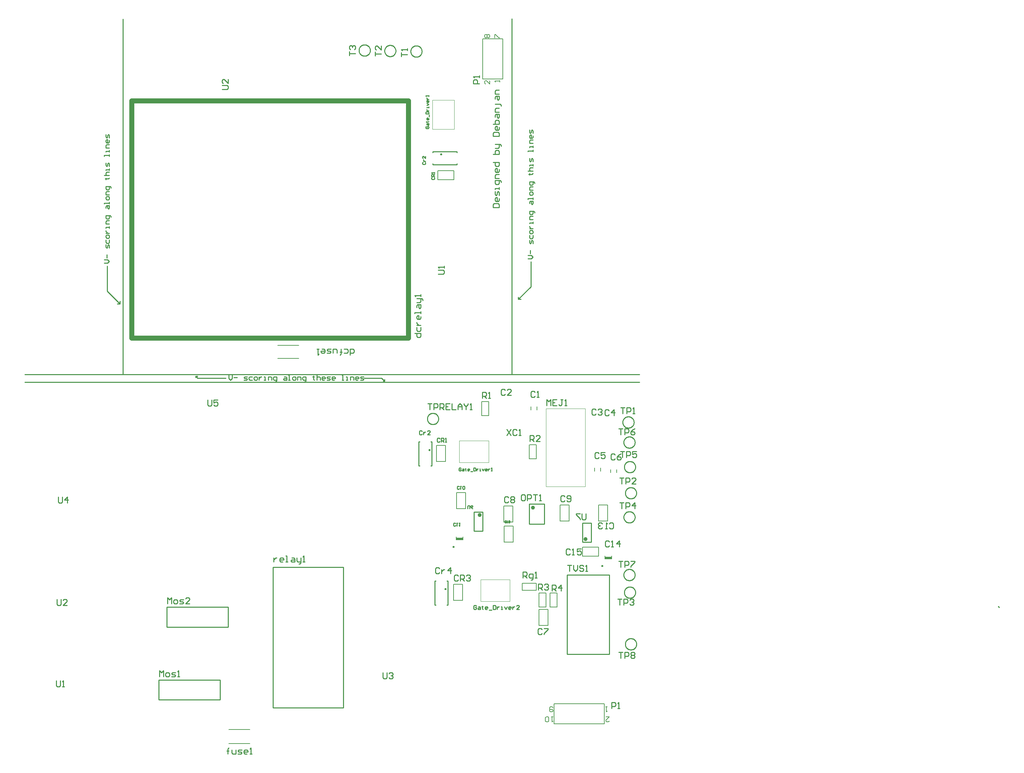
<source format=gto>
%FSLAX25Y25*%
%MOIN*%
%SFA1B1*%

%IPPOS*%
%ADD19C,0.010000*%
%ADD48C,0.007870*%
%ADD49C,0.003940*%
%ADD50C,0.049370*%
%ADD51C,0.008000*%
%ADD52C,0.039370*%
%ADD53R,0.064960X0.021650*%
%LNcombined-1*%
%LPD*%
G54D19*
X192500Y575500D02*
X195000D01*
Y578000*
Y575500D02*
Y578000D01*
X182500Y588000D02*
X195000Y575500D01*
X182500Y588000D02*
Y613000D01*
X591500Y580000D02*
X594000D01*
X591500D02*
X594000D01*
X591500D02*
Y582000D01*
Y580000D02*
Y582000D01*
Y580000D02*
X604000Y592500D01*
Y617500*
X457000Y498500D02*
X458500D01*
Y500000*
Y498500D02*
Y500000D01*
X455500Y501500D02*
X458500Y498500D01*
X270500Y503500D02*
X272500D01*
X270500Y502000D02*
Y503500D01*
Y502000D02*
Y503500D01*
X272500Y501500*
X275500*
X438000D02*
X455500D01*
X275500D02*
X300500D01*
X585000Y505000D02*
Y859500D01*
X198000Y505000D02*
Y859000D01*
X100500Y505000D02*
X712000D01*
X100500Y497500D02*
X712000D01*
X179502Y616000D02*
X182834D01*
X184500Y617666*
X182834Y619332*
X179502*
X182001Y620998D02*
Y624331D01*
X184500Y630995D02*
Y633494D01*
X183667Y634327*
X182834Y633494*
Y631828*
X182001Y630995*
X181168Y631828*
Y634327*
Y639326D02*
Y636827D01*
X182001Y635993*
X183667*
X184500Y636827*
Y639326*
Y641825D02*
Y643491D01*
X183667Y644324*
X182001*
X181168Y643491*
Y641825*
X182001Y640992*
X183667*
X184500Y641825*
X181168Y645990D02*
X184500D01*
X182834*
X182001Y646823*
X181168Y647656*
Y648490*
X184500Y650989D02*
Y652655D01*
Y651822*
X181168*
Y650989*
X184500Y655154D02*
X181168D01*
Y657653*
X182001Y658486*
X184500*
X186166Y661819D02*
Y662652D01*
X185333Y663485*
X181168*
Y660985*
X182001Y660152*
X183667*
X184500Y660985*
Y663485*
X181168Y670982D02*
Y672648D01*
X182001Y673481*
X184500*
Y670982*
X183667Y670149*
X182834Y670982*
Y673481*
X184500Y675147D02*
Y676814D01*
Y675981*
X179502*
Y675147*
X184500Y680146D02*
Y681812D01*
X183667Y682645*
X182001*
X181168Y681812*
Y680146*
X182001Y679313*
X183667*
X184500Y680146*
Y684311D02*
X181168D01*
Y686810*
X182001Y687643*
X184500*
X186166Y690976D02*
Y691809D01*
X185333Y692642*
X181168*
Y690143*
X182001Y689310*
X183667*
X184500Y690143*
Y692642*
X180335Y700139D02*
X181168D01*
Y699306*
Y700973*
Y700139*
X183667*
X184500Y700973*
X179502Y703472D02*
X184500D01*
X182001*
X181168Y704305*
Y705971*
X182001Y706804*
X184500*
Y708470D02*
Y710136D01*
Y709303*
X181168*
Y708470*
X184500Y712635D02*
Y715135D01*
X183667Y715968*
X182834Y715135*
Y713468*
X182001Y712635*
X181168Y713468*
Y715968*
X184500Y722632D02*
Y724298D01*
Y723465*
X179502*
Y722632*
X184500Y726797D02*
Y728464D01*
Y727631*
X181168*
Y726797*
X184500Y730963D02*
X181168D01*
Y733462*
X182001Y734295*
X184500*
Y738460D02*
Y736794D01*
X183667Y735961*
X182001*
X181168Y736794*
Y738460*
X182001Y739293*
X182834*
Y735961*
X184500Y740960D02*
Y743459D01*
X183667Y744292*
X182834Y743459*
Y741793*
X182001Y740960*
X181168Y741793*
Y744292*
X601002Y620500D02*
X604334D01*
X606000Y622166*
X604334Y623832*
X601002*
X603501Y625498D02*
Y628831D01*
X606000Y635495D02*
Y637994D01*
X605167Y638827*
X604334Y637994*
Y636328*
X603501Y635495*
X602668Y636328*
Y638827*
Y643826D02*
Y641327D01*
X603501Y640493*
X605167*
X606000Y641327*
Y643826*
Y646325D02*
Y647991D01*
X605167Y648824*
X603501*
X602668Y647991*
Y646325*
X603501Y645492*
X605167*
X606000Y646325*
X602668Y650490D02*
X606000D01*
X604334*
X603501Y651323*
X602668Y652156*
Y652989*
X606000Y655489D02*
Y657155D01*
Y656322*
X602668*
Y655489*
X606000Y659654D02*
X602668D01*
Y662153*
X603501Y662986*
X606000*
X607666Y666319D02*
Y667152D01*
X606833Y667985*
X602668*
Y665485*
X603501Y664652*
X605167*
X606000Y665485*
Y667985*
X602668Y675482D02*
Y677148D01*
X603501Y677981*
X606000*
Y675482*
X605167Y674649*
X604334Y675482*
Y677981*
X606000Y679647D02*
Y681314D01*
Y680481*
X601002*
Y679647*
X606000Y684646D02*
Y686312D01*
X605167Y687145*
X603501*
X602668Y686312*
Y684646*
X603501Y683813*
X605167*
X606000Y684646*
Y688811D02*
X602668D01*
Y691310*
X603501Y692143*
X606000*
X607666Y695476D02*
Y696309D01*
X606833Y697142*
X602668*
Y694643*
X603501Y693810*
X605167*
X606000Y694643*
Y697142*
X601835Y704639D02*
X602668D01*
Y703806*
Y705473*
Y704639*
X605167*
X606000Y705473*
X601002Y707972D02*
X606000D01*
X603501*
X602668Y708805*
Y710471*
X603501Y711304*
X606000*
Y712970D02*
Y714636D01*
Y713803*
X602668*
Y712970*
X606000Y717135D02*
Y719635D01*
X605167Y720468*
X604334Y719635*
Y717968*
X603501Y717135*
X602668Y717968*
Y720468*
X606000Y727132D02*
Y728798D01*
Y727965*
X601002*
Y727132*
X606000Y731297D02*
Y732964D01*
Y732130*
X602668*
Y731297*
X606000Y735463D02*
X602668D01*
Y737962*
X603501Y738795*
X606000*
Y742960D02*
Y741294D01*
X605167Y740461*
X603501*
X602668Y741294*
Y742960*
X603501Y743793*
X604334*
Y740461*
X606000Y745460D02*
Y747959D01*
X605167Y748792*
X604334Y747959*
Y746293*
X603501Y745460*
X602668Y746293*
Y748792*
X303500Y504498D02*
Y501166D01*
X305166Y499500*
X306832Y501166*
Y504498*
X308498Y501999D02*
X311831D01*
X318495Y499500D02*
X320994D01*
X321827Y500333*
X320994Y501166*
X319328*
X318495Y501999*
X319328Y502832*
X321827*
X326826D02*
X324327D01*
X323494Y501999*
Y500333*
X324327Y499500*
X326826*
X329325D02*
X330991D01*
X331824Y500333*
Y501999*
X330991Y502832*
X329325*
X328492Y501999*
Y500333*
X329325Y499500*
X333490Y502832D02*
Y499500D01*
Y501166*
X334323Y501999*
X335156Y502832*
X335989*
X338489Y499500D02*
X340155D01*
X339322*
Y502832*
X338489*
X342654Y499500D02*
Y502832D01*
X345153*
X345986Y501999*
Y499500*
X349319Y497834D02*
X350151D01*
X350985Y498667*
Y502832*
X348485*
X347652Y501999*
Y500333*
X348485Y499500*
X350985*
X358482Y502832D02*
X360148D01*
X360981Y501999*
Y499500*
X358482*
X357649Y500333*
X358482Y501166*
X360981*
X362648Y499500D02*
X364314D01*
X363481*
Y504498*
X362648*
X367646Y499500D02*
X369312D01*
X370145Y500333*
Y501999*
X369312Y502832*
X367646*
X366813Y501999*
Y500333*
X367646Y499500*
X371811D02*
Y502832D01*
X374310*
X375144Y501999*
Y499500*
X378476Y497834D02*
X379309D01*
X380142Y498667*
Y502832*
X377643*
X376810Y501999*
Y500333*
X377643Y499500*
X380142*
X387639Y503665D02*
Y502832D01*
X386806*
X388473*
X387639*
Y500333*
X388473Y499500*
X390972Y504498D02*
Y499500D01*
Y501999*
X391805Y502832*
X393471*
X394304Y501999*
Y499500*
X398469D02*
X396803D01*
X395970Y500333*
Y501999*
X396803Y502832*
X398469*
X399302Y501999*
Y501166*
X395970*
X400968Y499500D02*
X403468D01*
X404301Y500333*
X403468Y501166*
X401801*
X400968Y501999*
X401801Y502832*
X404301*
X408466Y499500D02*
X406800D01*
X405967Y500333*
Y501999*
X406800Y502832*
X408466*
X409299Y501999*
Y501166*
X405967*
X415964Y499500D02*
X417630D01*
X416797*
Y504498*
X415964*
X420129Y499500D02*
X421795D01*
X420962*
Y502832*
X420129*
X424294Y499500D02*
Y502832D01*
X426793*
X427627Y501999*
Y499500*
X431792D02*
X430126D01*
X429293Y500333*
Y501999*
X430126Y502832*
X431792*
X432625Y501999*
Y501166*
X429293*
X434291Y499500D02*
X436790D01*
X437623Y500333*
X436790Y501166*
X435124*
X434291Y501999*
X435124Y502832*
X437623*
X514500Y725000D02*
D01*
X514465Y724998*
X514430Y724995*
X514396Y724989*
X514362Y724980*
X514328Y724969*
X514296Y724956*
X514265Y724941*
X514235Y724924*
X514206Y724904*
X514178Y724883*
X514152Y724859*
X514128Y724834*
X514105Y724807*
X514085Y724779*
X514066Y724750*
X514050Y724719*
X514036Y724687*
X514024Y724654*
X514014Y724620*
X514007Y724586*
X514002Y724552*
X514000Y724517*
Y724482*
X514002Y724447*
X514007Y724413*
X514014Y724379*
X514024Y724345*
X514036Y724312*
X514050Y724280*
X514066Y724250*
X514085Y724220*
X514105Y724192*
X514128Y724165*
X514152Y724140*
X514178Y724116*
X514206Y724095*
X514235Y724075*
X514265Y724058*
X514296Y724043*
X514328Y724030*
X514362Y724019*
X514396Y724010*
X514430Y724004*
X514465Y724001*
X514500Y724000*
X514534Y724001*
X514569Y724004*
X514603Y724010*
X514637Y724019*
X514671Y724030*
X514703Y724043*
X514734Y724058*
X514764Y724075*
X514793Y724095*
X514821Y724116*
X514847Y724140*
X514871Y724165*
X514894Y724192*
X514914Y724220*
X514933Y724250*
X514949Y724280*
X514963Y724312*
X514975Y724345*
X514985Y724379*
X514992Y724413*
X514997Y724447*
X514999Y724482*
Y724517*
X514997Y724552*
X514992Y724586*
X514985Y724620*
X514975Y724654*
X514963Y724687*
X514949Y724719*
X514933Y724750*
X514914Y724779*
X514894Y724807*
X514871Y724834*
X514847Y724859*
X514821Y724883*
X514793Y724904*
X514764Y724924*
X514734Y724941*
X514703Y724956*
X514671Y724969*
X514637Y724980*
X514603Y724989*
X514569Y724995*
X514534Y724998*
X514500Y725000*
X438500Y833590D02*
D01*
X438110Y833576*
X437722Y833535*
X437337Y833467*
X436959Y833373*
X436588Y833252*
X436226Y833106*
X435875Y832935*
X435537Y832740*
X435214Y832522*
X434906Y832282*
X434616Y832021*
X434345Y831740*
X434095Y831441*
X433865Y831125*
X433658Y830795*
X433475Y830450*
X433317Y830094*
X433183Y829727*
X433076Y829352*
X432994Y828970*
X432940Y828584*
X432913Y828195*
Y827804*
X432940Y827415*
X432994Y827029*
X433076Y826647*
X433183Y826272*
X433317Y825905*
X433475Y825549*
X433658Y825205*
X433865Y824874*
X434095Y824558*
X434345Y824259*
X434616Y823978*
X434906Y823717*
X435214Y823477*
X435537Y823259*
X435875Y823064*
X436226Y822893*
X436588Y822747*
X436959Y822626*
X437337Y822532*
X437722Y822464*
X438110Y822423*
X438500Y822410*
X438889Y822423*
X439277Y822464*
X439662Y822532*
X440040Y822626*
X440411Y822747*
X440773Y822893*
X441124Y823064*
X441462Y823259*
X441785Y823477*
X442093Y823717*
X442383Y823978*
X442654Y824259*
X442904Y824558*
X443134Y824874*
X443341Y825205*
X443524Y825549*
X443682Y825905*
X443816Y826272*
X443923Y826647*
X444005Y827029*
X444059Y827415*
X444086Y827804*
Y828195*
X444059Y828584*
X444005Y828970*
X443923Y829352*
X443816Y829727*
X443682Y830094*
X443524Y830450*
X443341Y830795*
X443134Y831125*
X442904Y831441*
X442654Y831740*
X442383Y832021*
X442093Y832282*
X441785Y832522*
X441462Y832740*
X441124Y832935*
X440773Y833106*
X440411Y833252*
X440040Y833373*
X439662Y833467*
X439277Y833535*
X438889Y833576*
X438500Y833590*
X464000Y833090D02*
D01*
X463610Y833076*
X463222Y833035*
X462837Y832967*
X462459Y832873*
X462088Y832752*
X461726Y832606*
X461375Y832435*
X461037Y832240*
X460714Y832022*
X460406Y831782*
X460116Y831521*
X459845Y831240*
X459595Y830941*
X459365Y830625*
X459158Y830295*
X458975Y829950*
X458817Y829594*
X458683Y829227*
X458576Y828852*
X458494Y828470*
X458440Y828084*
X458413Y827695*
Y827304*
X458440Y826915*
X458494Y826529*
X458576Y826147*
X458683Y825772*
X458817Y825405*
X458975Y825049*
X459158Y824705*
X459365Y824374*
X459595Y824058*
X459845Y823759*
X460116Y823478*
X460406Y823217*
X460714Y822977*
X461037Y822759*
X461375Y822564*
X461726Y822393*
X462088Y822247*
X462459Y822126*
X462837Y822032*
X463222Y821964*
X463610Y821923*
X464000Y821910*
X464389Y821923*
X464777Y821964*
X465162Y822032*
X465540Y822126*
X465911Y822247*
X466273Y822393*
X466624Y822564*
X466962Y822759*
X467285Y822977*
X467593Y823217*
X467883Y823478*
X468154Y823759*
X468404Y824058*
X468634Y824374*
X468841Y824705*
X469024Y825049*
X469182Y825405*
X469316Y825772*
X469423Y826147*
X469505Y826529*
X469559Y826915*
X469586Y827304*
Y827695*
X469559Y828084*
X469505Y828470*
X469423Y828852*
X469316Y829227*
X469182Y829594*
X469024Y829950*
X468841Y830295*
X468634Y830625*
X468404Y830941*
X468154Y831240*
X467883Y831521*
X467593Y831782*
X467285Y832022*
X466962Y832240*
X466624Y832435*
X466273Y832606*
X465911Y832752*
X465540Y832873*
X465162Y832967*
X464777Y833035*
X464389Y833076*
X464000Y833090*
X490000Y832590D02*
D01*
X489610Y832576*
X489222Y832535*
X488837Y832467*
X488459Y832373*
X488088Y832252*
X487726Y832106*
X487375Y831935*
X487037Y831740*
X486714Y831522*
X486406Y831282*
X486116Y831021*
X485845Y830740*
X485595Y830441*
X485365Y830125*
X485158Y829795*
X484975Y829450*
X484817Y829094*
X484683Y828727*
X484576Y828352*
X484494Y827970*
X484440Y827584*
X484413Y827195*
Y826804*
X484440Y826415*
X484494Y826029*
X484576Y825647*
X484683Y825272*
X484817Y824905*
X484975Y824549*
X485158Y824205*
X485365Y823874*
X485595Y823558*
X485845Y823259*
X486116Y822978*
X486406Y822717*
X486714Y822477*
X487037Y822259*
X487375Y822064*
X487726Y821893*
X488088Y821747*
X488459Y821626*
X488837Y821532*
X489222Y821464*
X489610Y821423*
X490000Y821410*
X490389Y821423*
X490777Y821464*
X491162Y821532*
X491540Y821626*
X491911Y821747*
X492273Y821893*
X492624Y822064*
X492962Y822259*
X493285Y822477*
X493593Y822717*
X493883Y822978*
X494154Y823259*
X494404Y823558*
X494634Y823874*
X494841Y824205*
X495024Y824549*
X495182Y824905*
X495316Y825272*
X495423Y825647*
X495505Y826029*
X495559Y826415*
X495586Y826804*
Y827195*
X495559Y827584*
X495505Y827970*
X495423Y828352*
X495316Y828727*
X495182Y829094*
X495024Y829450*
X494841Y829795*
X494634Y830125*
X494404Y830441*
X494154Y830740*
X493883Y831021*
X493593Y831282*
X493285Y831522*
X492962Y831740*
X492624Y831935*
X492273Y832106*
X491911Y832252*
X491540Y832373*
X491162Y832467*
X490777Y832535*
X490389Y832576*
X490000Y832590*
X530500Y727000D02*
X506500D01*
X530500Y726000D02*
Y727000D01*
X506500Y726000D02*
Y727000D01*
X530500Y714000D02*
Y715000D01*
Y714000D02*
X506500D01*
Y715000*
X496701Y716499D02*
X496201Y716000D01*
Y715000*
X496701Y714500*
X498700*
X499200Y715000*
Y716000*
X498700Y716499*
X497201Y717499D02*
X499200D01*
X498200*
X497701Y717999*
X497201Y718499*
Y718999*
X499200Y722497D02*
Y720498D01*
X497201Y722497*
X496701*
X496201Y721998*
Y720998*
X496701Y720498*
X505601Y701599D02*
X505101Y701099D01*
Y700100*
X505601Y699600*
X507600*
X508100Y700100*
Y701099*
X507600Y701599*
X508100Y702599D02*
X505101D01*
Y704099*
X505601Y704598*
X506601*
X507100Y704099*
Y702599*
Y703599D02*
X508100Y704598D01*
Y705598D02*
Y706598D01*
Y706098*
X505101*
X505601Y705598*
X499801Y752299D02*
X499301Y751799D01*
Y750800*
X499801Y750300*
X501800*
X502300Y750800*
Y751799*
X501800Y752299*
X500801*
Y751300*
X500301Y753799D02*
Y754799D01*
X500801Y755298*
X502300*
Y753799*
X501800Y753299*
X501300Y753799*
Y755298*
X499801Y756798D02*
X500301D01*
Y756298*
Y757298*
Y756798*
X501800*
X502300Y757298*
Y760297D02*
Y759297D01*
X501800Y758797*
X500801*
X500301Y759297*
Y760297*
X500801Y760797*
X501300*
Y758797*
X502800Y761796D02*
Y763796D01*
X499301Y764795D02*
X502300D01*
Y766295*
X501800Y766795*
X499801*
X499301Y766295*
Y764795*
X500301Y767794D02*
X502300D01*
X501300*
X500801Y768294*
X500301Y768794*
Y769294*
X502300Y770793D02*
Y771793D01*
Y771293*
X500301*
Y770793*
Y773293D02*
X502300Y774292D01*
X500301Y775292*
X502300Y777791D02*
Y776791D01*
X501800Y776292*
X500801*
X500301Y776791*
Y777791*
X500801Y778291*
X501300*
Y776292*
X500301Y779291D02*
X502300D01*
X501300*
X500801Y779790*
X500301Y780290*
Y780790*
X502300Y782290D02*
Y783289D01*
Y782790*
X499301*
X499801Y782290*
X296802Y789300D02*
X301800D01*
X302800Y790300*
Y792299*
X301800Y793299*
X296802*
X302800Y799297D02*
Y795298D01*
X298801Y799297*
X297802*
X296802Y798297*
Y796298*
X297802Y795298*
X424001Y524502D02*
Y530500D01*
X427000*
X428000Y529500*
Y527501*
X427000Y526501*
X424001*
X418003D02*
X421002D01*
X422002Y527501*
Y529500*
X421002Y530500*
X418003*
X415004D02*
Y525502D01*
Y527501*
X416004*
X414005*
X415004*
Y525502*
X414005Y524502*
X411005Y526501D02*
Y529500D01*
X410006Y530500*
X407007*
Y526501*
X405007Y530500D02*
X402008D01*
X401009Y529500*
X402008Y528501*
X404008*
X405007Y527501*
X404008Y526501*
X401009*
X396010Y530500D02*
X398010D01*
X399009Y529500*
Y527501*
X398010Y526501*
X396010*
X395011Y527501*
Y528501*
X399009*
X393011Y530500D02*
X391012D01*
X392012*
Y524502*
X393011Y525502*
X474952Y821950D02*
Y825949D01*
Y823949*
X480950*
Y827948D02*
Y829947D01*
Y828948*
X474952*
X475952Y827948*
X448952Y822450D02*
Y826449D01*
Y824449*
X454950*
Y832447D02*
Y828448D01*
X450951Y832447*
X449952*
X448952Y831447*
Y829448*
X449952Y828448*
X423452Y822950D02*
Y826949D01*
Y824949*
X429450*
X424452Y828948D02*
X423452Y829948D01*
Y831947*
X424452Y832947*
X425451*
X426451Y831947*
Y830947*
Y831947*
X427451Y832947*
X428450*
X429450Y831947*
Y829948*
X428450Y828948*
X552600Y794700D02*
X546602D01*
Y797699*
X547602Y798699*
X549601*
X550601Y797699*
Y794700*
X552600Y800698D02*
Y802697D01*
Y801698*
X546602*
X547602Y800698*
X511802Y605300D02*
X516800D01*
X517800Y606300*
Y608299*
X516800Y609299*
X511802*
X517800Y611298D02*
Y613297D01*
Y612298*
X511802*
X512802Y611298*
X488502Y545999D02*
X494500D01*
Y543000*
X493500Y542000*
X491501*
X490501Y543000*
Y545999*
Y551997D02*
Y548998D01*
X491501Y547998*
X493500*
X494500Y548998*
Y551997*
X490501Y553996D02*
X494500D01*
X492501*
X491501Y554996*
X490501Y555996*
Y556995*
X494500Y562993D02*
Y560994D01*
X493500Y559994*
X491501*
X490501Y560994*
Y562993*
X491501Y563993*
X492501*
Y559994*
X494500Y565992D02*
Y567992D01*
Y566992*
X488502*
Y565992*
X490501Y571990D02*
Y573990D01*
X491501Y574989*
X494500*
Y571990*
X493500Y570991*
X492501Y571990*
Y574989*
X490501Y576989D02*
X493500D01*
X494500Y577988*
Y580987*
X495500*
X496499Y579988*
Y578988*
X494500Y580987D02*
X490501D01*
X494500Y582987D02*
Y584986D01*
Y583986*
X488502*
X489502Y582987*
X566502Y671500D02*
X572500D01*
Y674499*
X571500Y675499*
X567502*
X566502Y674499*
Y671500*
X572500Y680497D02*
Y678498D01*
X571500Y677498*
X569501*
X568501Y678498*
Y680497*
X569501Y681497*
X570501*
Y677498*
X572500Y683496D02*
Y686495D01*
X571500Y687495*
X570501Y686495*
Y684496*
X569501Y683496*
X568501Y684496*
Y687495*
X572500Y689494D02*
Y691494D01*
Y690494*
X568501*
Y689494*
X574499Y696492D02*
Y697492D01*
X573500Y698491*
X568501*
Y695492*
X569501Y694493*
X571500*
X572500Y695492*
Y698491*
Y700491D02*
X568501D01*
Y703490*
X569501Y704489*
X572500*
Y709488D02*
Y707488D01*
X571500Y706489*
X569501*
X568501Y707488*
Y709488*
X569501Y710487*
X570501*
Y706489*
X566502Y716486D02*
X572500D01*
Y713486*
X571500Y712487*
X569501*
X568501Y713486*
Y716486*
X566502Y724483D02*
X572500D01*
Y727482*
X571500Y728482*
X570501*
X569501*
X568501Y727482*
Y724483*
Y730481D02*
X571500D01*
X572500Y731481*
Y734480*
X573500*
X574499Y733480*
Y732480*
X572500Y734480D02*
X568501D01*
X566502Y742477D02*
X572500D01*
Y745476*
X571500Y746476*
X567502*
X566502Y745476*
Y742477*
X572500Y751474D02*
Y749475D01*
X571500Y748475*
X569501*
X568501Y749475*
Y751474*
X569501Y752474*
X570501*
Y748475*
X566502Y754473D02*
X572500D01*
Y757472*
X571500Y758472*
X570501*
X569501*
X568501Y757472*
Y754473*
Y761471D02*
Y763470D01*
X569501Y764470*
X572500*
Y761471*
X571500Y760471*
X570501Y761471*
Y764470*
X572500Y766469D02*
X568501D01*
Y769468*
X569501Y770468*
X572500*
X574499Y772467D02*
Y773467D01*
X573500Y774467*
X568501*
Y779465D02*
Y781464D01*
X569501Y782464*
X572500*
Y779465*
X571500Y778465*
X570501Y779465*
Y782464*
X572500Y784464D02*
X568501D01*
Y787463*
X569501Y788462*
X572500*
X675500Y314500D02*
D01*
X675498Y314534*
X675495Y314569*
X675489Y314603*
X675480Y314637*
X675469Y314671*
X675456Y314703*
X675441Y314734*
X675424Y314764*
X675404Y314793*
X675383Y314821*
X675359Y314847*
X675334Y314871*
X675307Y314894*
X675279Y314914*
X675250Y314933*
X675219Y314949*
X675187Y314963*
X675154Y314975*
X675120Y314985*
X675086Y314992*
X675052Y314997*
X675017Y314999*
X674982*
X674947Y314997*
X674913Y314992*
X674879Y314985*
X674845Y314975*
X674812Y314963*
X674780Y314949*
X674750Y314933*
X674720Y314914*
X674692Y314894*
X674665Y314871*
X674640Y314847*
X674616Y314821*
X674595Y314793*
X674575Y314764*
X674558Y314734*
X674543Y314703*
X674530Y314671*
X674519Y314637*
X674510Y314603*
X674504Y314569*
X674501Y314534*
X674500Y314500*
X674501Y314465*
X674504Y314430*
X674510Y314396*
X674519Y314362*
X674530Y314328*
X674543Y314296*
X674558Y314265*
X674575Y314235*
X674595Y314206*
X674616Y314178*
X674640Y314152*
X674665Y314128*
X674692Y314105*
X674720Y314085*
X674750Y314066*
X674780Y314050*
X674812Y314036*
X674845Y314024*
X674879Y314014*
X674913Y314007*
X674947Y314002*
X674982Y314000*
X675017*
X675052Y314002*
X675086Y314007*
X675120Y314014*
X675154Y314024*
X675187Y314036*
X675219Y314050*
X675250Y314066*
X675279Y314085*
X675307Y314105*
X675334Y314128*
X675359Y314152*
X675383Y314178*
X675404Y314206*
X675424Y314235*
X675441Y314265*
X675456Y314296*
X675469Y314328*
X675480Y314362*
X675489Y314396*
X675495Y314430*
X675498Y314465*
X675500Y314500*
X706590Y457500D02*
D01*
X706576Y457889*
X706535Y458277*
X706467Y458662*
X706373Y459040*
X706252Y459411*
X706106Y459773*
X705935Y460124*
X705740Y460462*
X705522Y460785*
X705282Y461093*
X705021Y461383*
X704740Y461654*
X704441Y461904*
X704125Y462134*
X703795Y462341*
X703450Y462524*
X703094Y462682*
X702727Y462816*
X702352Y462923*
X701970Y463005*
X701584Y463059*
X701195Y463086*
X700804*
X700415Y463059*
X700029Y463005*
X699647Y462923*
X699272Y462816*
X698905Y462682*
X698549Y462524*
X698205Y462341*
X697874Y462134*
X697558Y461904*
X697259Y461654*
X696978Y461383*
X696717Y461093*
X696477Y460785*
X696259Y460462*
X696064Y460124*
X695893Y459773*
X695747Y459411*
X695626Y459040*
X695532Y458662*
X695464Y458277*
X695423Y457889*
X695410Y457500*
X695423Y457110*
X695464Y456722*
X695532Y456337*
X695626Y455959*
X695747Y455588*
X695893Y455226*
X696064Y454875*
X696259Y454537*
X696477Y454214*
X696717Y453906*
X696978Y453616*
X697259Y453345*
X697558Y453095*
X697874Y452865*
X698205Y452658*
X698549Y452475*
X698905Y452317*
X699272Y452183*
X699647Y452076*
X700029Y451994*
X700415Y451940*
X700804Y451913*
X701195*
X701584Y451940*
X701970Y451994*
X702352Y452076*
X702727Y452183*
X703094Y452317*
X703450Y452475*
X703795Y452658*
X704125Y452865*
X704441Y453095*
X704740Y453345*
X705021Y453616*
X705282Y453906*
X705522Y454214*
X705740Y454537*
X705935Y454875*
X706106Y455226*
X706252Y455588*
X706373Y455959*
X706467Y456337*
X706535Y456722*
X706576Y457110*
X706590Y457500*
X707590Y437500D02*
D01*
X707576Y437889*
X707535Y438277*
X707467Y438662*
X707373Y439040*
X707252Y439411*
X707106Y439773*
X706935Y440124*
X706740Y440462*
X706522Y440785*
X706282Y441093*
X706021Y441383*
X705740Y441654*
X705441Y441904*
X705125Y442134*
X704795Y442341*
X704450Y442524*
X704094Y442682*
X703727Y442816*
X703352Y442923*
X702970Y443005*
X702584Y443059*
X702195Y443086*
X701804*
X701415Y443059*
X701029Y443005*
X700647Y442923*
X700272Y442816*
X699905Y442682*
X699549Y442524*
X699205Y442341*
X698874Y442134*
X698558Y441904*
X698259Y441654*
X697978Y441383*
X697717Y441093*
X697477Y440785*
X697259Y440462*
X697064Y440124*
X696893Y439773*
X696747Y439411*
X696626Y439040*
X696532Y438662*
X696464Y438277*
X696423Y437889*
X696410Y437500*
X696423Y437110*
X696464Y436722*
X696532Y436337*
X696626Y435959*
X696747Y435588*
X696893Y435226*
X697064Y434875*
X697259Y434537*
X697477Y434214*
X697717Y433906*
X697978Y433616*
X698259Y433345*
X698558Y433095*
X698874Y432865*
X699205Y432658*
X699549Y432475*
X699905Y432317*
X700272Y432183*
X700647Y432076*
X701029Y431994*
X701415Y431940*
X701804Y431913*
X702195*
X702584Y431940*
X702970Y431994*
X703352Y432076*
X703727Y432183*
X704094Y432317*
X704450Y432475*
X704795Y432658*
X705125Y432865*
X705441Y433095*
X705740Y433345*
X706021Y433616*
X706282Y433906*
X706522Y434214*
X706740Y434537*
X706935Y434875*
X707106Y435226*
X707252Y435588*
X707373Y435959*
X707467Y436337*
X707535Y436722*
X707576Y437110*
X707590Y437500*
X708090Y413000D02*
D01*
X708076Y413389*
X708035Y413777*
X707967Y414162*
X707873Y414540*
X707752Y414911*
X707606Y415273*
X707435Y415624*
X707240Y415962*
X707022Y416285*
X706782Y416593*
X706521Y416883*
X706240Y417154*
X705941Y417404*
X705625Y417634*
X705295Y417841*
X704950Y418024*
X704594Y418182*
X704227Y418316*
X703852Y418423*
X703470Y418505*
X703084Y418559*
X702695Y418586*
X702304*
X701915Y418559*
X701529Y418505*
X701147Y418423*
X700772Y418316*
X700405Y418182*
X700049Y418024*
X699705Y417841*
X699374Y417634*
X699058Y417404*
X698759Y417154*
X698478Y416883*
X698217Y416593*
X697977Y416285*
X697759Y415962*
X697564Y415624*
X697393Y415273*
X697247Y414911*
X697126Y414540*
X697032Y414162*
X696964Y413777*
X696923Y413389*
X696910Y413000*
X696923Y412610*
X696964Y412222*
X697032Y411837*
X697126Y411459*
X697247Y411088*
X697393Y410726*
X697564Y410375*
X697759Y410037*
X697977Y409714*
X698217Y409406*
X698478Y409116*
X698759Y408845*
X699058Y408595*
X699374Y408365*
X699705Y408158*
X700049Y407975*
X700405Y407817*
X700772Y407683*
X701147Y407576*
X701529Y407494*
X701915Y407440*
X702304Y407413*
X702695*
X703084Y407440*
X703470Y407494*
X703852Y407576*
X704227Y407683*
X704594Y407817*
X704950Y407975*
X705295Y408158*
X705625Y408365*
X705941Y408595*
X706240Y408845*
X706521Y409116*
X706782Y409406*
X707022Y409714*
X707240Y410037*
X707435Y410375*
X707606Y410726*
X707752Y411088*
X707873Y411459*
X707967Y411837*
X708035Y412222*
X708076Y412610*
X708090Y413000*
X707590Y363000D02*
D01*
X707576Y363389*
X707535Y363777*
X707467Y364162*
X707373Y364540*
X707252Y364911*
X707106Y365273*
X706935Y365624*
X706740Y365962*
X706522Y366285*
X706282Y366593*
X706021Y366883*
X705740Y367154*
X705441Y367404*
X705125Y367634*
X704795Y367841*
X704450Y368024*
X704094Y368182*
X703727Y368316*
X703352Y368423*
X702970Y368505*
X702584Y368559*
X702195Y368586*
X701804*
X701415Y368559*
X701029Y368505*
X700647Y368423*
X700272Y368316*
X699905Y368182*
X699549Y368024*
X699205Y367841*
X698874Y367634*
X698558Y367404*
X698259Y367154*
X697978Y366883*
X697717Y366593*
X697477Y366285*
X697259Y365962*
X697064Y365624*
X696893Y365273*
X696747Y364911*
X696626Y364540*
X696532Y364162*
X696464Y363777*
X696423Y363389*
X696410Y363000*
X696423Y362610*
X696464Y362222*
X696532Y361837*
X696626Y361459*
X696747Y361088*
X696893Y360726*
X697064Y360375*
X697259Y360037*
X697477Y359714*
X697717Y359406*
X697978Y359116*
X698259Y358845*
X698558Y358595*
X698874Y358365*
X699205Y358158*
X699549Y357975*
X699905Y357817*
X700272Y357683*
X700647Y357576*
X701029Y357494*
X701415Y357440*
X701804Y357413*
X702195*
X702584Y357440*
X702970Y357494*
X703352Y357576*
X703727Y357683*
X704094Y357817*
X704450Y357975*
X704795Y358158*
X705125Y358365*
X705441Y358595*
X705740Y358845*
X706021Y359116*
X706282Y359406*
X706522Y359714*
X706740Y360037*
X706935Y360375*
X707106Y360726*
X707252Y361088*
X707373Y361459*
X707467Y361837*
X707535Y362222*
X707576Y362610*
X707590Y363000*
Y305500D02*
D01*
X707576Y305889*
X707535Y306277*
X707467Y306662*
X707373Y307040*
X707252Y307411*
X707106Y307773*
X706935Y308124*
X706740Y308462*
X706522Y308785*
X706282Y309093*
X706021Y309383*
X705740Y309654*
X705441Y309904*
X705125Y310134*
X704795Y310341*
X704450Y310524*
X704094Y310682*
X703727Y310816*
X703352Y310923*
X702970Y311005*
X702584Y311059*
X702195Y311086*
X701804*
X701415Y311059*
X701029Y311005*
X700647Y310923*
X700272Y310816*
X699905Y310682*
X699549Y310524*
X699205Y310341*
X698874Y310134*
X698558Y309904*
X698259Y309654*
X697978Y309383*
X697717Y309093*
X697477Y308785*
X697259Y308462*
X697064Y308124*
X696893Y307773*
X696747Y307411*
X696626Y307040*
X696532Y306662*
X696464Y306277*
X696423Y305889*
X696410Y305500*
X696423Y305110*
X696464Y304722*
X696532Y304337*
X696626Y303959*
X696747Y303588*
X696893Y303226*
X697064Y302875*
X697259Y302537*
X697477Y302214*
X697717Y301906*
X697978Y301616*
X698259Y301345*
X698558Y301095*
X698874Y300865*
X699205Y300658*
X699549Y300475*
X699905Y300317*
X700272Y300183*
X700647Y300076*
X701029Y299994*
X701415Y299940*
X701804Y299913*
X702195*
X702584Y299940*
X702970Y299994*
X703352Y300076*
X703727Y300183*
X704094Y300317*
X704450Y300475*
X704795Y300658*
X705125Y300865*
X705441Y301095*
X705740Y301345*
X706021Y301616*
X706282Y301906*
X706522Y302214*
X706740Y302537*
X706935Y302875*
X707106Y303226*
X707252Y303588*
X707373Y303959*
X707467Y304337*
X707535Y304722*
X707576Y305110*
X707590Y305500*
X709090Y236500D02*
D01*
X709076Y236889*
X709035Y237277*
X708967Y237662*
X708873Y238040*
X708752Y238411*
X708606Y238773*
X708435Y239124*
X708240Y239462*
X708022Y239785*
X707782Y240093*
X707521Y240383*
X707240Y240654*
X706941Y240904*
X706625Y241134*
X706295Y241341*
X705950Y241524*
X705594Y241682*
X705227Y241816*
X704852Y241923*
X704470Y242005*
X704084Y242059*
X703695Y242086*
X703304*
X702915Y242059*
X702529Y242005*
X702147Y241923*
X701772Y241816*
X701405Y241682*
X701049Y241524*
X700705Y241341*
X700374Y241134*
X700058Y240904*
X699759Y240654*
X699478Y240383*
X699217Y240093*
X698977Y239785*
X698759Y239462*
X698564Y239124*
X698393Y238773*
X698247Y238411*
X698126Y238040*
X698032Y237662*
X697964Y237277*
X697923Y236889*
X697910Y236500*
X697923Y236110*
X697964Y235722*
X698032Y235337*
X698126Y234959*
X698247Y234588*
X698393Y234226*
X698564Y233875*
X698759Y233537*
X698977Y233214*
X699217Y232906*
X699478Y232616*
X699759Y232345*
X700058Y232095*
X700374Y231865*
X700705Y231658*
X701049Y231475*
X701405Y231317*
X701772Y231183*
X702147Y231076*
X702529Y230994*
X702915Y230940*
X703304Y230913*
X703695*
X704084Y230940*
X704470Y230994*
X704852Y231076*
X705227Y231183*
X705594Y231317*
X705950Y231475*
X706295Y231658*
X706625Y231865*
X706941Y232095*
X707240Y232345*
X707521Y232616*
X707782Y232906*
X708022Y233214*
X708240Y233537*
X708435Y233875*
X708606Y234226*
X708752Y234588*
X708873Y234959*
X708967Y235337*
X709035Y235722*
X709076Y236110*
X709090Y236500*
X708090Y288000D02*
D01*
X708076Y288389*
X708035Y288777*
X707967Y289162*
X707873Y289540*
X707752Y289911*
X707606Y290273*
X707435Y290624*
X707240Y290962*
X707022Y291285*
X706782Y291593*
X706521Y291883*
X706240Y292154*
X705941Y292404*
X705625Y292634*
X705295Y292841*
X704950Y293024*
X704594Y293182*
X704227Y293316*
X703852Y293423*
X703470Y293505*
X703084Y293559*
X702695Y293586*
X702304*
X701915Y293559*
X701529Y293505*
X701147Y293423*
X700772Y293316*
X700405Y293182*
X700049Y293024*
X699705Y292841*
X699374Y292634*
X699058Y292404*
X698759Y292154*
X698478Y291883*
X698217Y291593*
X697977Y291285*
X697759Y290962*
X697564Y290624*
X697393Y290273*
X697247Y289911*
X697126Y289540*
X697032Y289162*
X696964Y288777*
X696923Y288389*
X696910Y288000*
X696923Y287610*
X696964Y287222*
X697032Y286837*
X697126Y286459*
X697247Y286088*
X697393Y285726*
X697564Y285375*
X697759Y285037*
X697977Y284714*
X698217Y284406*
X698478Y284116*
X698759Y283845*
X699058Y283595*
X699374Y283365*
X699705Y283158*
X700049Y282975*
X700405Y282817*
X700772Y282683*
X701147Y282576*
X701529Y282494*
X701915Y282440*
X702304Y282413*
X702695*
X703084Y282440*
X703470Y282494*
X703852Y282576*
X704227Y282683*
X704594Y282817*
X704950Y282975*
X705295Y283158*
X705625Y283365*
X705941Y283595*
X706240Y283845*
X706521Y284116*
X706782Y284406*
X707022Y284714*
X707240Y285037*
X707435Y285375*
X707606Y285726*
X707752Y286088*
X707873Y286459*
X707967Y286837*
X708035Y287222*
X708076Y287610*
X708090Y288000*
X709090Y387000D02*
D01*
X709076Y387389*
X709035Y387777*
X708967Y388162*
X708873Y388540*
X708752Y388911*
X708606Y389273*
X708435Y389624*
X708240Y389962*
X708022Y390285*
X707782Y390593*
X707521Y390883*
X707240Y391154*
X706941Y391404*
X706625Y391634*
X706295Y391841*
X705950Y392024*
X705594Y392182*
X705227Y392316*
X704852Y392423*
X704470Y392505*
X704084Y392559*
X703695Y392586*
X703304*
X702915Y392559*
X702529Y392505*
X702147Y392423*
X701772Y392316*
X701405Y392182*
X701049Y392024*
X700705Y391841*
X700374Y391634*
X700058Y391404*
X699759Y391154*
X699478Y390883*
X699217Y390593*
X698977Y390285*
X698759Y389962*
X698564Y389624*
X698393Y389273*
X698247Y388911*
X698126Y388540*
X698032Y388162*
X697964Y387777*
X697923Y387389*
X697910Y387000*
X697923Y386610*
X697964Y386222*
X698032Y385837*
X698126Y385459*
X698247Y385088*
X698393Y384726*
X698564Y384375*
X698759Y384037*
X698977Y383714*
X699217Y383406*
X699478Y383116*
X699759Y382845*
X700058Y382595*
X700374Y382365*
X700705Y382158*
X701049Y381975*
X701405Y381817*
X701772Y381683*
X702147Y381576*
X702529Y381494*
X702915Y381440*
X703304Y381413*
X703695*
X704084Y381440*
X704470Y381494*
X704852Y381576*
X705227Y381683*
X705594Y381817*
X705950Y381975*
X706295Y382158*
X706625Y382365*
X706941Y382595*
X707240Y382845*
X707521Y383116*
X707782Y383406*
X708022Y383714*
X708240Y384037*
X708435Y384375*
X708606Y384726*
X708752Y385088*
X708873Y385459*
X708967Y385837*
X709035Y386222*
X709076Y386610*
X709090Y387000*
X519500Y291500D02*
D01*
X519498Y291534*
X519495Y291569*
X519489Y291603*
X519480Y291637*
X519469Y291671*
X519456Y291703*
X519441Y291734*
X519424Y291764*
X519404Y291793*
X519383Y291821*
X519359Y291847*
X519334Y291871*
X519307Y291894*
X519279Y291914*
X519250Y291933*
X519219Y291949*
X519187Y291963*
X519154Y291975*
X519120Y291985*
X519086Y291992*
X519052Y291997*
X519017Y291999*
X518982*
X518947Y291997*
X518913Y291992*
X518879Y291985*
X518845Y291975*
X518812Y291963*
X518780Y291949*
X518750Y291933*
X518720Y291914*
X518692Y291894*
X518665Y291871*
X518640Y291847*
X518616Y291821*
X518595Y291793*
X518575Y291764*
X518558Y291734*
X518543Y291703*
X518530Y291671*
X518519Y291637*
X518510Y291603*
X518504Y291569*
X518501Y291534*
X518500Y291500*
X518501Y291465*
X518504Y291430*
X518510Y291396*
X518519Y291362*
X518530Y291328*
X518543Y291296*
X518558Y291265*
X518575Y291235*
X518595Y291206*
X518616Y291178*
X518640Y291152*
X518665Y291128*
X518692Y291105*
X518720Y291085*
X518750Y291066*
X518780Y291050*
X518812Y291036*
X518845Y291024*
X518879Y291014*
X518913Y291007*
X518947Y291002*
X518982Y291000*
X519017*
X519052Y291002*
X519086Y291007*
X519120Y291014*
X519154Y291024*
X519187Y291036*
X519219Y291050*
X519250Y291066*
X519279Y291085*
X519307Y291105*
X519334Y291128*
X519359Y291152*
X519383Y291178*
X519404Y291206*
X519424Y291235*
X519441Y291265*
X519456Y291296*
X519469Y291328*
X519480Y291362*
X519489Y291396*
X519495Y291430*
X519498Y291465*
X519500Y291500*
X512090Y461000D02*
D01*
X512076Y461389*
X512035Y461777*
X511967Y462162*
X511873Y462540*
X511752Y462911*
X511606Y463273*
X511435Y463624*
X511240Y463962*
X511022Y464285*
X510782Y464593*
X510521Y464883*
X510240Y465154*
X509941Y465404*
X509625Y465634*
X509295Y465841*
X508950Y466024*
X508594Y466182*
X508227Y466316*
X507852Y466423*
X507470Y466505*
X507084Y466559*
X506695Y466586*
X506304*
X505915Y466559*
X505529Y466505*
X505147Y466423*
X504772Y466316*
X504405Y466182*
X504049Y466024*
X503705Y465841*
X503374Y465634*
X503058Y465404*
X502759Y465154*
X502478Y464883*
X502217Y464593*
X501977Y464285*
X501759Y463962*
X501564Y463624*
X501393Y463273*
X501247Y462911*
X501126Y462540*
X501032Y462162*
X500964Y461777*
X500923Y461389*
X500910Y461000*
X500923Y460610*
X500964Y460222*
X501032Y459837*
X501126Y459459*
X501247Y459088*
X501393Y458726*
X501564Y458375*
X501759Y458037*
X501977Y457714*
X502217Y457406*
X502478Y457116*
X502759Y456845*
X503058Y456595*
X503374Y456365*
X503705Y456158*
X504049Y455975*
X504405Y455817*
X504772Y455683*
X505147Y455576*
X505529Y455494*
X505915Y455440*
X506304Y455413*
X506695*
X507084Y455440*
X507470Y455494*
X507852Y455576*
X508227Y455683*
X508594Y455817*
X508950Y455975*
X509295Y456158*
X509625Y456365*
X509941Y456595*
X510240Y456845*
X510521Y457116*
X510782Y457406*
X511022Y457714*
X511240Y458037*
X511435Y458375*
X511606Y458726*
X511752Y459088*
X511873Y459459*
X511967Y459837*
X512035Y460222*
X512076Y460610*
X512090Y461000*
X503500Y430000D02*
D01*
X503498Y430034*
X503495Y430069*
X503489Y430103*
X503480Y430137*
X503469Y430171*
X503456Y430203*
X503441Y430234*
X503424Y430264*
X503404Y430293*
X503383Y430321*
X503359Y430347*
X503334Y430371*
X503307Y430394*
X503279Y430414*
X503250Y430433*
X503219Y430449*
X503187Y430463*
X503154Y430475*
X503120Y430485*
X503086Y430492*
X503052Y430497*
X503017Y430499*
X502982*
X502947Y430497*
X502913Y430492*
X502879Y430485*
X502845Y430475*
X502812Y430463*
X502780Y430449*
X502750Y430433*
X502720Y430414*
X502692Y430394*
X502665Y430371*
X502640Y430347*
X502616Y430321*
X502595Y430293*
X502575Y430264*
X502558Y430234*
X502543Y430203*
X502530Y430171*
X502519Y430137*
X502510Y430103*
X502504Y430069*
X502501Y430034*
X502500Y430000*
X502501Y429965*
X502504Y429930*
X502510Y429896*
X502519Y429862*
X502530Y429828*
X502543Y429796*
X502558Y429765*
X502575Y429735*
X502595Y429706*
X502616Y429678*
X502640Y429652*
X502665Y429628*
X502692Y429605*
X502720Y429585*
X502750Y429566*
X502780Y429550*
X502812Y429536*
X502845Y429524*
X502879Y429514*
X502913Y429507*
X502947Y429502*
X502982Y429500*
X503017*
X503052Y429502*
X503086Y429507*
X503120Y429514*
X503154Y429524*
X503187Y429536*
X503219Y429550*
X503250Y429566*
X503279Y429585*
X503307Y429605*
X503334Y429628*
X503359Y429652*
X503383Y429678*
X503404Y429706*
X503424Y429735*
X503441Y429765*
X503456Y429796*
X503469Y429828*
X503480Y429862*
X503489Y429896*
X503495Y429930*
X503498Y429965*
X503500Y430000*
X527500Y333500D02*
D01*
X527498Y333534*
X527495Y333569*
X527489Y333603*
X527480Y333637*
X527469Y333671*
X527456Y333703*
X527441Y333734*
X527424Y333764*
X527404Y333793*
X527383Y333821*
X527359Y333847*
X527334Y333871*
X527307Y333894*
X527279Y333914*
X527250Y333933*
X527219Y333949*
X527187Y333963*
X527154Y333975*
X527120Y333985*
X527086Y333992*
X527052Y333997*
X527017Y333999*
X526982*
X526947Y333997*
X526913Y333992*
X526879Y333985*
X526845Y333975*
X526812Y333963*
X526780Y333949*
X526750Y333933*
X526720Y333914*
X526692Y333894*
X526665Y333871*
X526640Y333847*
X526616Y333821*
X526595Y333793*
X526575Y333764*
X526558Y333734*
X526543Y333703*
X526530Y333671*
X526519Y333637*
X526510Y333603*
X526504Y333569*
X526501Y333534*
X526500Y333500*
X526501Y333465*
X526504Y333430*
X526510Y333396*
X526519Y333362*
X526530Y333328*
X526543Y333296*
X526558Y333265*
X526575Y333235*
X526595Y333206*
X526616Y333178*
X526640Y333152*
X526665Y333128*
X526692Y333105*
X526720Y333085*
X526750Y333066*
X526780Y333050*
X526812Y333036*
X526845Y333024*
X526879Y333014*
X526913Y333007*
X526947Y333002*
X526982Y333000*
X527017*
X527052Y333002*
X527086Y333007*
X527120Y333014*
X527154Y333024*
X527187Y333036*
X527219Y333050*
X527250Y333066*
X527279Y333085*
X527307Y333105*
X527334Y333128*
X527359Y333152*
X527383Y333178*
X527404Y333206*
X527424Y333235*
X527441Y333265*
X527456Y333296*
X527469Y333328*
X527480Y333362*
X527489Y333396*
X527495Y333430*
X527498Y333465*
X527500Y333500*
X397500Y173000D02*
X417500D01*
Y313000*
X357500D02*
X417500D01*
X347500D02*
X357500D01*
X347500Y173000D02*
Y313000D01*
Y173000D02*
X397500D01*
X294843Y181158D02*
Y196906D01*
Y200842*
X233819D02*
X294843D01*
X233819Y181158D02*
Y200842D01*
Y181158D02*
X294843D01*
X302842Y253658D02*
Y269406D01*
Y273342*
X241819D02*
X302842D01*
X241819Y253658D02*
Y273342D01*
Y253658D02*
X302842D01*
X640000Y226500D02*
X682000D01*
X640000D02*
Y305500D01*
X682000*
Y228500D02*
Y305500D01*
Y226500D02*
Y228500D01*
X508500Y299500D02*
X509500D01*
X508500Y275500D02*
Y299500D01*
Y275500D02*
X509500D01*
X520500Y299500D02*
X521500D01*
X520500Y275500D02*
X521500D01*
Y299500*
X492500Y438000D02*
X493500D01*
X492500Y414000D02*
Y438000D01*
Y414000D02*
X493500D01*
X504500Y438000D02*
X505500D01*
X504500Y414000D02*
X505500D01*
Y438000*
X655500Y338000D02*
Y357000D01*
X664000*
Y338000D02*
Y357000D01*
X655500Y338000D02*
X664000D01*
X602500Y376000D02*
X617500D01*
Y356000D02*
Y376000D01*
X602500Y356000D02*
X617500D01*
X602500D02*
Y376000D01*
X556000Y349000D02*
Y368000D01*
X547500Y349000D02*
X556000D01*
X547500D02*
Y368000D01*
X556000*
X1069000Y274000D02*
X1070000Y273000D01*
X625000Y289500D02*
Y295498D01*
X627999*
X628999Y294498*
Y292499*
X627999Y291499*
X625000*
X626999D02*
X628999Y289500D01*
X633997D02*
Y295498D01*
X630998Y292499*
X634997*
X611500Y290500D02*
Y296498D01*
X614499*
X615499Y295498*
Y293499*
X614499Y292499*
X611500*
X613499D02*
X615499Y290500D01*
X617498Y295498D02*
X618498Y296498D01*
X620497*
X621497Y295498*
Y294499*
X620497Y293499*
X619497*
X620497*
X621497Y292499*
Y291500*
X620497Y290500*
X618498*
X617498Y291500*
X614999Y250998D02*
X613999Y251998D01*
X612000*
X611000Y250998*
Y247000*
X612000Y246000*
X613999*
X614999Y247000*
X616998Y251998D02*
X620997D01*
Y250998*
X616998Y247000*
Y246000*
X681999Y338498D02*
X680999Y339498D01*
X679000*
X678000Y338498*
Y334500*
X679000Y333500*
X680999*
X681999Y334500*
X683998Y333500D02*
X685997D01*
X684998*
Y339498*
X683998Y338498*
X691995Y333500D02*
Y339498D01*
X688996Y336499*
X692995*
X642999Y330498D02*
X641999Y331498D01*
X640000*
X639000Y330498*
Y326500*
X640000Y325500*
X641999*
X642999Y326500*
X644998Y325500D02*
X646997D01*
X645998*
Y331498*
X644998Y330498*
X653995Y331498D02*
X649996D01*
Y328499*
X651996Y329499*
X652995*
X653995Y328499*
Y326500*
X652995Y325500*
X650996*
X649996Y326500*
X682001Y356498D02*
X683001Y357498D01*
X685000*
X686000Y356498*
Y352500*
X685000Y351500*
X683001*
X682001Y352500*
X680002Y351500D02*
X678003D01*
X679002*
Y357498*
X680002Y356498*
X675004D02*
X674004Y357498D01*
X672005*
X671005Y356498*
Y355499*
X672005Y354499*
X673004*
X672005*
X671005Y353499*
Y352500*
X672005Y351500*
X674004*
X675004Y352500*
X580000Y450498D02*
X583999Y444500D01*
Y450498D02*
X580000Y444500D01*
X589997Y449498D02*
X588997Y450498D01*
X586998*
X585998Y449498*
Y445500*
X586998Y444500*
X588997*
X589997Y445500*
X591996Y444500D02*
X593996D01*
X592996*
Y450498*
X591996Y449498*
X578499Y489498D02*
X577499Y490498D01*
X575500*
X574500Y489498*
Y485500*
X575500Y484500*
X577499*
X578499Y485500*
X584497Y484500D02*
X580498D01*
X584497Y488499*
Y489498*
X583497Y490498*
X581498*
X580498Y489498*
X693500Y471998D02*
X697499D01*
X695499*
Y466000*
X699498D02*
Y471998D01*
X702497*
X703497Y470998*
Y468999*
X702497Y467999*
X699498*
X705496Y466000D02*
X707495D01*
X706496*
Y471998*
X705496Y470998*
X691500Y450998D02*
X695499D01*
X693499*
Y445000*
X697498D02*
Y450998D01*
X700497*
X701497Y449998*
Y447999*
X700497Y446999*
X697498*
X707495Y450998D02*
X705496Y449998D01*
X703496Y447999*
Y446000*
X704496Y445000*
X706495*
X707495Y446000*
Y446999*
X706495Y447999*
X703496*
X693000Y428498D02*
X696999D01*
X694999*
Y422500*
X698998D02*
Y428498D01*
X701997*
X702997Y427498*
Y425499*
X701997Y424499*
X698998*
X708995Y428498D02*
X704996D01*
Y425499*
X706995Y426499*
X707995*
X708995Y425499*
Y423500*
X707995Y422500*
X705996*
X704996Y423500*
X692500Y377498D02*
X696499D01*
X694499*
Y371500*
X698498D02*
Y377498D01*
X701497*
X702497Y376498*
Y374499*
X701497Y373499*
X698498*
X707495Y371500D02*
Y377498D01*
X704496Y374499*
X708495*
X691500Y318998D02*
X695499D01*
X693499*
Y313000*
X697498D02*
Y318998D01*
X700497*
X701497Y317998*
Y315999*
X700497Y314999*
X697498*
X703496Y318998D02*
X707495D01*
Y317998*
X703496Y314000*
Y313000*
X691500Y228498D02*
X695499D01*
X693499*
Y222500*
X697498D02*
Y228498D01*
X700497*
X701497Y227498*
Y225499*
X700497Y224499*
X697498*
X703496Y227498D02*
X704496Y228498D01*
X706495*
X707495Y227498*
Y226499*
X706495Y225499*
X707495Y224499*
Y223500*
X706495Y222500*
X704496*
X703496Y223500*
Y224499*
X704496Y225499*
X703496Y226499*
Y227498*
X704496Y225499D02*
X706495D01*
X690500Y281498D02*
X694499D01*
X692499*
Y275500*
X696498D02*
Y281498D01*
X699497*
X700497Y280498*
Y278499*
X699497Y277499*
X696498*
X702496Y280498D02*
X703496Y281498D01*
X705495*
X706495Y280498*
Y279499*
X705495Y278499*
X704495*
X705495*
X706495Y277499*
Y276500*
X705495Y275500*
X703496*
X702496Y276500*
X347950Y322449D02*
Y318450D01*
Y320449*
X348950Y321449*
X349949Y322449*
X350949*
X356947Y318450D02*
X354948D01*
X353948Y319450*
Y321449*
X354948Y322449*
X356947*
X357947Y321449*
Y320449*
X353948*
X359946Y318450D02*
X361946D01*
X360946*
Y324448*
X359946*
X365944Y322449D02*
X367944D01*
X368943Y321449*
Y318450*
X365944*
X364945Y319450*
X365944Y320449*
X368943*
X370943Y322449D02*
Y319450D01*
X371942Y318450*
X374941*
Y317450*
X373942Y316451*
X372942*
X374941Y318450D02*
Y322449D01*
X376941Y318450D02*
X378940D01*
X377940*
Y324448*
X376941Y323448*
X242300Y276800D02*
Y282798D01*
X244299Y280799*
X246299Y282798*
Y276800*
X249298D02*
X251297D01*
X252297Y277800*
Y279799*
X251297Y280799*
X249298*
X248298Y279799*
Y277800*
X249298Y276800*
X254296D02*
X257295D01*
X258295Y277800*
X257295Y278799*
X255296*
X254296Y279799*
X255296Y280799*
X258295*
X264293Y276800D02*
X260294D01*
X264293Y280799*
Y281798*
X263293Y282798*
X261294*
X260294Y281798*
X234300Y204300D02*
Y210298D01*
X236299Y208299*
X238299Y210298*
Y204300*
X241298D02*
X243297D01*
X244297Y205300*
Y207299*
X243297Y208299*
X241298*
X240298Y207299*
Y205300*
X241298Y204300*
X246296D02*
X249295D01*
X250295Y205300*
X249295Y206299*
X247296*
X246296Y207299*
X247296Y208299*
X250295*
X252294Y204300D02*
X254293D01*
X253294*
Y210298*
X252294Y209298*
X581599Y382398D02*
X580599Y383398D01*
X578600*
X577600Y382398*
Y378400*
X578600Y377400*
X580599*
X581599Y378400*
X583598Y382398D02*
X584598Y383398D01*
X586597*
X587597Y382398*
Y381399*
X586597Y380399*
X587597Y379399*
Y378400*
X586597Y377400*
X584598*
X583598Y378400*
Y379399*
X584598Y380399*
X583598Y381399*
Y382398*
X584598Y380399D02*
X586597D01*
X640500Y314998D02*
X644499D01*
X642499*
Y309000*
X646498Y314998D02*
Y310999D01*
X648497Y309000*
X650497Y310999*
Y314998*
X656495Y313998D02*
X655495Y314998D01*
X653496*
X652496Y313998*
Y312999*
X653496Y311999*
X655495*
X656495Y310999*
Y310000*
X655495Y309000*
X653496*
X652496Y310000*
X658494Y309000D02*
X660494D01*
X659494*
Y314998*
X658494Y313998*
X596150Y302350D02*
Y308348D01*
X599149*
X600149Y307348*
Y305349*
X599149Y304349*
X596150*
X598149D02*
X600149Y302350D01*
X604147Y300351D02*
X605147D01*
X606147Y301350*
Y306349*
X603148*
X602148Y305349*
Y303350*
X603148Y302350*
X606147*
X608146D02*
X610146D01*
X609146*
Y308348*
X608146Y307348*
X668699Y469698D02*
X667699Y470698D01*
X665700*
X664700Y469698*
Y465700*
X665700Y464700*
X667699*
X668699Y465700*
X670698Y469698D02*
X671698Y470698D01*
X673697*
X674697Y469698*
Y468699*
X673697Y467699*
X672697*
X673697*
X674697Y466699*
Y465700*
X673697Y464700*
X671698*
X670698Y465700*
X681699Y469198D02*
X680699Y470198D01*
X678700*
X677700Y469198*
Y465200*
X678700Y464200*
X680699*
X681699Y465200*
X686697Y464200D02*
Y470198D01*
X683698Y467199*
X687697*
X671599Y426598D02*
X670599Y427598D01*
X668600*
X667600Y426598*
Y422600*
X668600Y421600*
X670599*
X671599Y422600*
X677597Y427598D02*
X673598D01*
Y424599*
X675597Y425599*
X676597*
X677597Y424599*
Y422600*
X676597Y421600*
X674598*
X673598Y422600*
X687599Y425098D02*
X686599Y426098D01*
X684600*
X683600Y425098*
Y421100*
X684600Y420100*
X686599*
X687599Y421100*
X693597Y426098D02*
X691597Y425098D01*
X689598Y423099*
Y421100*
X690598Y420100*
X692597*
X693597Y421100*
Y422099*
X692597Y423099*
X689598*
X637599Y383398D02*
X636599Y384398D01*
X634600*
X633600Y383398*
Y379400*
X634600Y378400*
X636599*
X637599Y379400*
X639598D02*
X640598Y378400D01*
X642597*
X643597Y379400*
Y383398*
X642597Y384398*
X640598*
X639598Y383398*
Y382399*
X640598Y381399*
X643597*
X532599Y391401D02*
X532099Y390901D01*
X531100*
X530600Y391401*
Y393400*
X531100Y393900*
X532099*
X532599Y393400*
X533599Y393900D02*
X534599D01*
X534099*
Y390901*
X533599Y391401*
X536098D02*
X536598Y390901D01*
X537598*
X538098Y391401*
Y393400*
X537598Y393900*
X536598*
X536098Y393400*
Y391401*
X528999Y354801D02*
X528500Y354301D01*
X527500*
X527000Y354801*
Y356800*
X527500Y357300*
X528500*
X528999Y356800*
X529999Y357300D02*
X530999D01*
X530499*
Y354301*
X529999Y354801*
X532498Y357300D02*
X533498D01*
X532998*
Y354301*
X532498Y354801*
X579433Y359066D02*
X579100Y359399D01*
X578433*
X578100Y359066*
Y357733*
X578433Y357400*
X579100*
X579433Y357733*
X580099Y357400D02*
X580766D01*
X580433*
Y359399*
X580099Y359066*
X583098Y357400D02*
X581766D01*
X583098Y358733*
Y359066*
X582765Y359399*
X582099*
X581766Y359066*
X513266Y441232D02*
X512599Y441899D01*
X511266*
X510600Y441232*
Y438566*
X511266Y437900*
X512599*
X513266Y438566*
X514599Y437900D02*
Y441899D01*
X516598*
X517265Y441232*
Y439899*
X516598Y439233*
X514599*
X515932D02*
X517265Y437900D01*
X518597D02*
X519930D01*
X519264*
Y441899*
X518597Y441232*
X495666Y448632D02*
X494999Y449299D01*
X493666*
X493000Y448632*
Y445966*
X493666Y445300*
X494999*
X495666Y445966*
X496999Y447966D02*
Y445300D01*
Y446633*
X497665Y447299*
X498332Y447966*
X498998*
X503663Y445300D02*
X500997D01*
X503663Y447966*
Y448632*
X502997Y449299*
X501664*
X500997Y448632*
X531599Y304398D02*
X530599Y305398D01*
X528600*
X527600Y304398*
Y300400*
X528600Y299400*
X530599*
X531599Y300400*
X533598Y299400D02*
Y305398D01*
X536597*
X537597Y304398*
Y302399*
X536597Y301399*
X533598*
X535597D02*
X537597Y299400D01*
X539596Y304398D02*
X540596Y305398D01*
X542595*
X543595Y304398*
Y303399*
X542595Y302399*
X541596*
X542595*
X543595Y301399*
Y300400*
X542595Y299400*
X540596*
X539596Y300400*
X512999Y311798D02*
X511999Y312798D01*
X510000*
X509000Y311798*
Y307800*
X510000Y306800*
X511999*
X512999Y307800*
X514998Y310799D02*
Y306800D01*
Y308799*
X515998Y309799*
X516997Y310799*
X517997*
X523995Y306800D02*
Y312798D01*
X520996Y309799*
X524995*
X302500Y127000D02*
Y131998D01*
Y129999*
X301500*
X303499*
X302500*
Y131998*
X303499Y132998*
X306498Y130999D02*
Y128000D01*
X307498Y127000*
X310497*
Y130999*
X312496Y127000D02*
X315495D01*
X316495Y128000*
X315495Y128999*
X313496*
X312496Y129999*
X313496Y130999*
X316495*
X321494Y127000D02*
X319494D01*
X318495Y128000*
Y129999*
X319494Y130999*
X321494*
X322493Y129999*
Y128999*
X318495*
X324493Y127000D02*
X326492D01*
X325492*
Y132998*
X324493Y131998*
X549666Y274332D02*
X548999Y274999D01*
X547666*
X547000Y274332*
Y271666*
X547666Y271000*
X548999*
X549666Y271666*
Y272999*
X548333*
X551665Y273666D02*
X552998D01*
X553664Y272999*
Y271000*
X551665*
X550999Y271666*
X551665Y272333*
X553664*
X555664Y274332D02*
Y273666D01*
X554997*
X556330*
X555664*
Y271666*
X556330Y271000*
X560329D02*
X558996D01*
X558330Y271666*
Y272999*
X558996Y273666*
X560329*
X560995Y272999*
Y272333*
X558330*
X562328Y270334D02*
X564994D01*
X566327Y274999D02*
Y271000D01*
X568327*
X568993Y271666*
Y274332*
X568327Y274999*
X566327*
X570326Y273666D02*
Y271000D01*
Y272333*
X570992Y272999*
X571659Y273666*
X572325*
X574325Y271000D02*
X575657D01*
X574991*
Y273666*
X574325*
X577657D02*
X578990Y271000D01*
X580323Y273666*
X583655Y271000D02*
X582322D01*
X581656Y271666*
Y272999*
X582322Y273666*
X583655*
X584321Y272999*
Y272333*
X581656*
X585654Y273666D02*
Y271000D01*
Y272333*
X586321Y272999*
X586987Y273666*
X587653*
X592319Y271000D02*
X589653D01*
X592319Y273666*
Y274332*
X591652Y274999*
X590319*
X589653Y274332*
X619800Y474200D02*
Y480198D01*
X621799Y478199*
X623799Y480198*
Y474200*
X629797Y480198D02*
X625798D01*
Y474200*
X629797*
X625798Y477199D02*
X627797D01*
X635795Y480198D02*
X633795D01*
X634795*
Y475200*
X633795Y474200*
X632796*
X631796Y475200*
X637794Y474200D02*
X639793D01*
X638794*
Y480198*
X637794Y479198*
X597499Y385498D02*
X595500D01*
X594500Y384498*
Y380500*
X595500Y379500*
X597499*
X598499Y380500*
Y384498*
X597499Y385498*
X600498Y379500D02*
Y385498D01*
X603497*
X604497Y384498*
Y382499*
X603497Y381499*
X600498*
X606496Y385498D02*
X610495D01*
X608496*
Y379500*
X612494D02*
X614494D01*
X613494*
Y385498*
X612494Y384498*
X692500Y401998D02*
X696499D01*
X694499*
Y396000*
X698498D02*
Y401998D01*
X701497*
X702497Y400998*
Y398999*
X701497Y397999*
X698498*
X708495Y396000D02*
X704496D01*
X708495Y399999*
Y400998*
X707495Y401998*
X705496*
X704496Y400998*
X501450Y476048D02*
X505449D01*
X503449*
Y470050*
X507448D02*
Y476048D01*
X510447*
X511447Y475048*
Y473049*
X510447Y472049*
X507448*
X513446Y470050D02*
Y476048D01*
X516445*
X517445Y475048*
Y473049*
X516445Y472049*
X513446*
X515446D02*
X517445Y470050D01*
X523443Y476048D02*
X519444D01*
Y470050*
X523443*
X519444Y473049D02*
X521444D01*
X525442Y476048D02*
Y470050D01*
X529441*
X531440D02*
Y474049D01*
X533440Y476048*
X535439Y474049*
Y470050*
Y473049*
X531440*
X537438Y476048D02*
Y475048D01*
X539438Y473049*
X541437Y475048*
Y476048*
X539438Y473049D02*
Y470050D01*
X543436D02*
X545436D01*
X544436*
Y476048*
X543436Y475048*
X131800Y200198D02*
Y195200D01*
X132800Y194200*
X134799*
X135799Y195200*
Y200198*
X137798Y194200D02*
X139797D01*
X138798*
Y200198*
X137798Y199198*
X132300Y281198D02*
Y276200D01*
X133300Y275200*
X135299*
X136299Y276200*
Y281198*
X142297Y275200D02*
X138298D01*
X142297Y279199*
Y280198*
X141297Y281198*
X139298*
X138298Y280198*
X133800Y383198D02*
Y378200D01*
X134800Y377200*
X136799*
X137799Y378200*
Y383198*
X142797Y377200D02*
Y383198D01*
X139798Y380199*
X143797*
X282250Y479748D02*
Y474750D01*
X283250Y473750*
X285249*
X286249Y474750*
Y479748*
X292247D02*
X288248D01*
Y476749*
X290247Y477749*
X291247*
X292247Y476749*
Y474750*
X291247Y473750*
X289248*
X288248Y474750*
X541100Y371501D02*
Y374000D01*
X541600Y374500*
X542599*
X543099Y374000*
Y371501*
X546098D02*
X545099Y372001D01*
X544099Y373001*
Y374000*
X544599Y374500*
X545599*
X546098Y374000*
Y373500*
X545599Y373001*
X544099*
X658900Y366498D02*
Y361500D01*
X657900Y360500*
X655901*
X654901Y361500*
Y366498*
X652902D02*
X648903D01*
Y365498*
X652902Y361500*
Y360500*
X534499Y411499D02*
X533999Y411999D01*
X533000*
X532500Y411499*
Y409500*
X533000Y409000*
X533999*
X534499Y409500*
Y410499*
X533500*
X535999Y410999D02*
X536999D01*
X537498Y410499*
Y409000*
X535999*
X535499Y409500*
X535999Y410000*
X537498*
X538998Y411499D02*
Y410999D01*
X538498*
X539498*
X538998*
Y409500*
X539498Y409000*
X542497D02*
X541497D01*
X540997Y409500*
Y410499*
X541497Y410999*
X542497*
X542997Y410499*
Y410000*
X540997*
X543996Y408500D02*
X545996D01*
X546995Y411999D02*
Y409000D01*
X548495*
X548995Y409500*
Y411499*
X548495Y411999*
X546995*
X549994Y410999D02*
Y409000D01*
Y410000*
X550494Y410499*
X550994Y410999*
X551494*
X552993Y409000D02*
X553993D01*
X553493*
Y410999*
X552993*
X555493D02*
X556492Y409000D01*
X557492Y410999*
X559991Y409000D02*
X558991D01*
X558492Y409500*
Y410499*
X558991Y410999*
X559991*
X560491Y410499*
Y410000*
X558492*
X561491Y410999D02*
Y409000D01*
Y410000*
X561990Y410499*
X562490Y410999*
X562990*
X564490Y409000D02*
X565489D01*
X564990*
Y411999*
X564490Y411499*
X608099Y487598D02*
X607099Y488598D01*
X605100*
X604100Y487598*
Y483600*
X605100Y482600*
X607099*
X608099Y483600*
X610098Y482600D02*
X612097D01*
X611098*
Y488598*
X610098Y487598*
X684500Y172500D02*
Y178498D01*
X687499*
X688499Y177498*
Y175499*
X687499Y174499*
X684500*
X690498Y172500D02*
X692497D01*
X691498*
Y178498*
X690498Y177498*
X555600Y481400D02*
Y487398D01*
X558599*
X559599Y486398*
Y484399*
X558599Y483399*
X555600*
X557599D02*
X559599Y481400D01*
X561598D02*
X563597D01*
X562598*
Y487398*
X561598Y486398*
X603100Y438400D02*
Y444398D01*
X606099*
X607099Y443398*
Y441399*
X606099Y440399*
X603100*
X605099D02*
X607099Y438400D01*
X613097D02*
X609098D01*
X613097Y442399*
Y443398*
X612097Y444398*
X610098*
X609098Y443398*
X456750Y208248D02*
Y203250D01*
X457750Y202250*
X459749*
X460749Y203250*
Y208248*
X462748Y207248D02*
X463748Y208248D01*
X465747*
X466747Y207248*
Y206249*
X465747Y205249*
X464747*
X465747*
X466747Y204249*
Y203250*
X465747Y202250*
X463748*
X462748Y203250*
G54D48*
X527500Y708000D02*
X511500D01*
X527500Y699000D02*
Y708000D01*
Y699000D02*
X511500D01*
Y703500*
Y708000*
X576000Y839500D02*
X556000D01*
X576000Y799500D02*
X556000D01*
Y839500*
X576000Y799500D02*
Y839500D01*
X372933Y521004D02*
X352067D01*
X372933Y533996D02*
X352067D01*
X623000Y273500D02*
Y287500D01*
X630000*
Y273500D02*
Y287500D01*
X623000Y273500D02*
X629906D01*
X612000D02*
Y287500D01*
X619000*
Y273500D02*
Y287500D01*
X612000Y273500D02*
X618905D01*
X612000Y255000D02*
X616500D01*
X612000D02*
Y271000D01*
X621000*
Y255000D02*
Y271000D01*
X616500Y255000D02*
X621000D01*
X677752Y321425D02*
X684248D01*
X677752D02*
Y324575D01*
X684248Y321425D02*
Y324575D01*
X671500Y328500D02*
Y333000D01*
X655500D02*
X671500D01*
X655500Y324000D02*
Y333000D01*
Y324000D02*
X671500D01*
Y328500*
Y359000D02*
X676000D01*
X671500D02*
Y375000D01*
X680500*
Y359000D02*
Y375000D01*
X676000Y359000D02*
X680500D01*
X602595Y435000D02*
X609500D01*
X602500Y421000D02*
Y435000D01*
Y421000D02*
X609500D01*
Y435000*
X555000Y464000D02*
X561905D01*
X562000D02*
Y478000D01*
X555000D02*
X562000D01*
X555000Y464000D02*
Y478000D01*
X577000Y374000D02*
X581500D01*
X577000Y358000D02*
Y374000D01*
Y358000D02*
X586000D01*
Y374000*
X581500D02*
X586000D01*
X595500Y297000D02*
X609500D01*
Y290000D02*
Y297000D01*
X595500Y290000D02*
X609500D01*
X595500Y290094D02*
Y297000D01*
X673453Y408925D02*
Y412075D01*
X667547Y408925D02*
Y412075D01*
X689453Y407425D02*
Y410575D01*
X683547Y407425D02*
Y410575D01*
X536000Y280000D02*
Y296000D01*
X527000Y280000D02*
X536000D01*
X527000D02*
Y296000D01*
X531500*
X536000*
X519000Y418500D02*
Y434500D01*
X510000Y418500D02*
X519000D01*
X510000D02*
Y434500D01*
X514500*
X519000*
X577500Y354000D02*
X582000D01*
X577500Y338000D02*
Y354000D01*
Y338000D02*
X586500D01*
Y354000*
X582000D02*
X586500D01*
X529752Y340425D02*
X536248D01*
X529752D02*
Y343575D01*
X536248Y340425D02*
Y343575D01*
X530000Y371500D02*
X534500D01*
X530000D02*
Y387500D01*
X539000*
Y371500D02*
Y387500D01*
X534500Y371500D02*
X539000D01*
X633000Y375000D02*
X637500D01*
X633000Y359000D02*
Y375000D01*
Y359000D02*
X642000D01*
Y375000*
X637500D02*
X642000D01*
X609953Y469925D02*
Y473075D01*
X604047Y469925D02*
Y473075D01*
X303567Y137413D02*
X324433D01*
X303567Y151587D02*
X324433D01*
X627000Y157000D02*
Y177000D01*
X677000Y157000D02*
Y177000D01*
X627000Y157000D02*
X677000D01*
X627000Y177000D02*
X677000D01*
G54D49*
X506043Y749524D02*
Y778657D01*
X527697D02*
X506043D01*
X527697Y749524D02*
Y778657D01*
Y749524D02*
X506043D01*
X619012Y471000D02*
X658185D01*
X619012Y393638D02*
Y471000D01*
Y393638D02*
X658185D01*
Y471000*
X532842Y439039D02*
X561976D01*
X532842Y417386D02*
Y439039D01*
Y417386D02*
X561976D01*
Y439039*
X553933Y300728D02*
X583067D01*
Y279075D02*
Y300728D01*
X553933Y279075D02*
X583067D01*
X553933D02*
Y300728D01*
G54D50*
X482221Y541445D02*
X206630D01*
X482221D02*
Y777665D01*
X206630*
Y541445D02*
Y777665D01*
G54D51*
X558835Y840500D02*
X558002Y841333D01*
Y842999*
X558835Y843832*
X559668*
X560501Y842999*
X561334Y843832*
X562167*
X563000Y842999*
Y841333*
X562167Y840500*
X561334*
X560501Y841333*
X559668Y840500*
X558835*
X560501Y841333D02*
Y842999D01*
X568002Y840500D02*
Y843832D01*
X568835*
X572167Y840500*
X573000*
Y796500D02*
Y798166D01*
Y797333*
X568002*
X568835Y796500*
X563000Y797832D02*
Y794500D01*
X559668Y797832*
X558835*
X558002Y796999*
Y795333*
X558835Y794500*
X678668Y164000D02*
X682000D01*
X678668Y160668*
Y159835*
X679501Y159002*
X681167*
X682000Y159835*
X680000Y174000D02*
X678334D01*
X679167*
Y169002*
X680000Y169835*
X626000Y173167D02*
X625167Y174000D01*
X623501*
X622668Y173167*
Y169835*
X623501Y169002*
X625167*
X626000Y169835*
Y170668*
X625167Y171501*
X622668*
X626000Y164000D02*
X624334D01*
X625167*
Y159002*
X626000Y159835*
X621835D02*
X621002Y159002D01*
X619336*
X618502Y159835*
Y163167*
X619336Y164000*
X621002*
X621835Y163167*
Y159835*
G54D52*
X658500Y341000D03*
X606000Y372500D03*
X553000Y365000D03*
G54D53*
X680963Y322508D03*
X532962Y341508D03*
M02*
</source>
